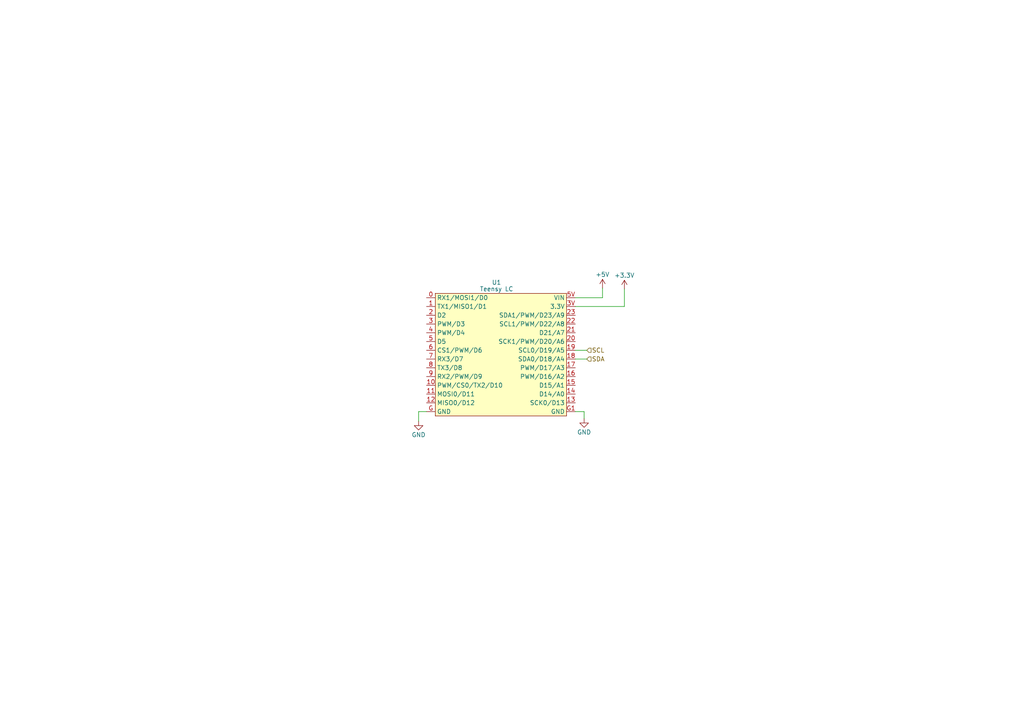
<source format=kicad_sch>
(kicad_sch (version 20230121) (generator eeschema)

  (uuid e81f9759-775a-44d7-ad78-d1992c8969ee)

  (paper "A4")

  (lib_symbols
    (symbol "RocketryIN_FC:TeensyLC" (in_bom yes) (on_board yes)
      (property "Reference" "U" (at 0 10.16 0)
        (effects (font (size 1.27 1.27)))
      )
      (property "Value" "" (at -11.43 3.81 0)
        (effects (font (size 1.27 1.27)))
      )
      (property "Footprint" "" (at -11.43 3.81 0)
        (effects (font (size 1.27 1.27)) hide)
      )
      (property "Datasheet" "" (at -11.43 3.81 0)
        (effects (font (size 1.27 1.27)) hide)
      )
      (symbol "TeensyLC_1_1"
        (rectangle (start -17.78 8.89) (end 20.32 -26.67)
          (stroke (width 0) (type default))
          (fill (type background))
        )
        (pin input line (at -20.32 7.62 0) (length 2.54)
          (name "RX1/MOSI1/D0" (effects (font (size 1.27 1.27))))
          (number "0" (effects (font (size 1.27 1.27))))
        )
        (pin input line (at -20.32 5.08 0) (length 2.54)
          (name "TX1/MISO1/D1" (effects (font (size 1.27 1.27))))
          (number "1" (effects (font (size 1.27 1.27))))
        )
        (pin input line (at -20.32 -17.78 0) (length 2.54)
          (name "PWM/CS0/TX2/D10" (effects (font (size 1.27 1.27))))
          (number "10" (effects (font (size 1.27 1.27))))
        )
        (pin input line (at -20.32 -20.32 0) (length 2.54)
          (name "MOSI0/D11" (effects (font (size 1.27 1.27))))
          (number "11" (effects (font (size 1.27 1.27))))
        )
        (pin input line (at -20.32 -22.86 0) (length 2.54)
          (name "MISO0/D12" (effects (font (size 1.27 1.27))))
          (number "12" (effects (font (size 1.27 1.27))))
        )
        (pin input line (at 22.86 -22.86 180) (length 2.54)
          (name "SCK0/D13" (effects (font (size 1.27 1.27))))
          (number "13" (effects (font (size 1.27 1.27))))
        )
        (pin input line (at 22.86 -20.32 180) (length 2.54)
          (name "D14/A0" (effects (font (size 1.27 1.27))))
          (number "14" (effects (font (size 1.27 1.27))))
        )
        (pin input line (at 22.86 -17.78 180) (length 2.54)
          (name "D15/A1" (effects (font (size 1.27 1.27))))
          (number "15" (effects (font (size 1.27 1.27))))
        )
        (pin input line (at 22.86 -15.24 180) (length 2.54)
          (name "PWM/D16/A2" (effects (font (size 1.27 1.27))))
          (number "16" (effects (font (size 1.27 1.27))))
        )
        (pin input line (at 22.86 -12.7 180) (length 2.54)
          (name "PWM/D17/A3" (effects (font (size 1.27 1.27))))
          (number "17" (effects (font (size 1.27 1.27))))
        )
        (pin input line (at 22.86 -10.16 180) (length 2.54)
          (name "SDA0/D18/A4" (effects (font (size 1.27 1.27))))
          (number "18" (effects (font (size 1.27 1.27))))
        )
        (pin input line (at 22.86 -7.62 180) (length 2.54)
          (name "SCL0/D19/A5" (effects (font (size 1.27 1.27))))
          (number "19" (effects (font (size 1.27 1.27))))
        )
        (pin input line (at -20.32 2.54 0) (length 2.54)
          (name "D2" (effects (font (size 1.27 1.27))))
          (number "2" (effects (font (size 1.27 1.27))))
        )
        (pin input line (at 22.86 -5.08 180) (length 2.54)
          (name "SCK1/PWM/D20/A6" (effects (font (size 1.27 1.27))))
          (number "20" (effects (font (size 1.27 1.27))))
        )
        (pin input line (at 22.86 -2.54 180) (length 2.54)
          (name "D21/A7" (effects (font (size 1.27 1.27))))
          (number "21" (effects (font (size 1.27 1.27))))
        )
        (pin input line (at 22.86 0 180) (length 2.54)
          (name "SCL1/PWM/D22/A8" (effects (font (size 1.27 1.27))))
          (number "22" (effects (font (size 1.27 1.27))))
        )
        (pin input line (at 22.86 2.54 180) (length 2.54)
          (name "SDA1/PWM/D23/A9" (effects (font (size 1.27 1.27))))
          (number "23" (effects (font (size 1.27 1.27))))
        )
        (pin input line (at -20.32 0 0) (length 2.54)
          (name "PWM/D3" (effects (font (size 1.27 1.27))))
          (number "3" (effects (font (size 1.27 1.27))))
        )
        (pin input line (at 22.86 5.08 180) (length 2.54)
          (name "3.3V" (effects (font (size 1.27 1.27))))
          (number "3V" (effects (font (size 1.27 1.27))))
        )
        (pin input line (at -20.32 -2.54 0) (length 2.54)
          (name "PWM/D4" (effects (font (size 1.27 1.27))))
          (number "4" (effects (font (size 1.27 1.27))))
        )
        (pin input line (at -20.32 -5.08 0) (length 2.54)
          (name "D5" (effects (font (size 1.27 1.27))))
          (number "5" (effects (font (size 1.27 1.27))))
        )
        (pin input line (at 22.86 7.62 180) (length 2.54)
          (name "VIN" (effects (font (size 1.27 1.27))))
          (number "5V" (effects (font (size 1.27 1.27))))
        )
        (pin input line (at -20.32 -7.62 0) (length 2.54)
          (name "CS1/PWM/D6" (effects (font (size 1.27 1.27))))
          (number "6" (effects (font (size 1.27 1.27))))
        )
        (pin input line (at -20.32 -10.16 0) (length 2.54)
          (name "RX3/D7" (effects (font (size 1.27 1.27))))
          (number "7" (effects (font (size 1.27 1.27))))
        )
        (pin input line (at -20.32 -12.7 0) (length 2.54)
          (name "TX3/D8" (effects (font (size 1.27 1.27))))
          (number "8" (effects (font (size 1.27 1.27))))
        )
        (pin input line (at -20.32 -15.24 0) (length 2.54)
          (name "RX2/PWM/D9" (effects (font (size 1.27 1.27))))
          (number "9" (effects (font (size 1.27 1.27))))
        )
        (pin input line (at -20.32 -25.4 0) (length 2.54)
          (name "GND" (effects (font (size 1.27 1.27))))
          (number "G" (effects (font (size 1.27 1.27))))
        )
        (pin input line (at 22.86 -25.4 180) (length 2.54)
          (name "GND" (effects (font (size 1.27 1.27))))
          (number "G1" (effects (font (size 1.27 1.27))))
        )
      )
    )
    (symbol "power:+3.3V" (power) (pin_names (offset 0)) (in_bom yes) (on_board yes)
      (property "Reference" "#PWR" (at 0 -3.81 0)
        (effects (font (size 1.27 1.27)) hide)
      )
      (property "Value" "+3.3V" (at 0 3.556 0)
        (effects (font (size 1.27 1.27)))
      )
      (property "Footprint" "" (at 0 0 0)
        (effects (font (size 1.27 1.27)) hide)
      )
      (property "Datasheet" "" (at 0 0 0)
        (effects (font (size 1.27 1.27)) hide)
      )
      (property "ki_keywords" "global power" (at 0 0 0)
        (effects (font (size 1.27 1.27)) hide)
      )
      (property "ki_description" "Power symbol creates a global label with name \"+3.3V\"" (at 0 0 0)
        (effects (font (size 1.27 1.27)) hide)
      )
      (symbol "+3.3V_0_1"
        (polyline
          (pts
            (xy -0.762 1.27)
            (xy 0 2.54)
          )
          (stroke (width 0) (type default))
          (fill (type none))
        )
        (polyline
          (pts
            (xy 0 0)
            (xy 0 2.54)
          )
          (stroke (width 0) (type default))
          (fill (type none))
        )
        (polyline
          (pts
            (xy 0 2.54)
            (xy 0.762 1.27)
          )
          (stroke (width 0) (type default))
          (fill (type none))
        )
      )
      (symbol "+3.3V_1_1"
        (pin power_in line (at 0 0 90) (length 0) hide
          (name "+3.3V" (effects (font (size 1.27 1.27))))
          (number "1" (effects (font (size 1.27 1.27))))
        )
      )
    )
    (symbol "power:+5V" (power) (pin_names (offset 0)) (in_bom yes) (on_board yes)
      (property "Reference" "#PWR" (at 0 -3.81 0)
        (effects (font (size 1.27 1.27)) hide)
      )
      (property "Value" "+5V" (at 0 3.556 0)
        (effects (font (size 1.27 1.27)))
      )
      (property "Footprint" "" (at 0 0 0)
        (effects (font (size 1.27 1.27)) hide)
      )
      (property "Datasheet" "" (at 0 0 0)
        (effects (font (size 1.27 1.27)) hide)
      )
      (property "ki_keywords" "global power" (at 0 0 0)
        (effects (font (size 1.27 1.27)) hide)
      )
      (property "ki_description" "Power symbol creates a global label with name \"+5V\"" (at 0 0 0)
        (effects (font (size 1.27 1.27)) hide)
      )
      (symbol "+5V_0_1"
        (polyline
          (pts
            (xy -0.762 1.27)
            (xy 0 2.54)
          )
          (stroke (width 0) (type default))
          (fill (type none))
        )
        (polyline
          (pts
            (xy 0 0)
            (xy 0 2.54)
          )
          (stroke (width 0) (type default))
          (fill (type none))
        )
        (polyline
          (pts
            (xy 0 2.54)
            (xy 0.762 1.27)
          )
          (stroke (width 0) (type default))
          (fill (type none))
        )
      )
      (symbol "+5V_1_1"
        (pin power_in line (at 0 0 90) (length 0) hide
          (name "+5V" (effects (font (size 1.27 1.27))))
          (number "1" (effects (font (size 1.27 1.27))))
        )
      )
    )
    (symbol "power:GND" (power) (pin_names (offset 0)) (in_bom yes) (on_board yes)
      (property "Reference" "#PWR" (at 0 -6.35 0)
        (effects (font (size 1.27 1.27)) hide)
      )
      (property "Value" "GND" (at 0 -3.81 0)
        (effects (font (size 1.27 1.27)))
      )
      (property "Footprint" "" (at 0 0 0)
        (effects (font (size 1.27 1.27)) hide)
      )
      (property "Datasheet" "" (at 0 0 0)
        (effects (font (size 1.27 1.27)) hide)
      )
      (property "ki_keywords" "global power" (at 0 0 0)
        (effects (font (size 1.27 1.27)) hide)
      )
      (property "ki_description" "Power symbol creates a global label with name \"GND\" , ground" (at 0 0 0)
        (effects (font (size 1.27 1.27)) hide)
      )
      (symbol "GND_0_1"
        (polyline
          (pts
            (xy 0 0)
            (xy 0 -1.27)
            (xy 1.27 -1.27)
            (xy 0 -2.54)
            (xy -1.27 -1.27)
            (xy 0 -1.27)
          )
          (stroke (width 0) (type default))
          (fill (type none))
        )
      )
      (symbol "GND_1_1"
        (pin power_in line (at 0 0 270) (length 0) hide
          (name "GND" (effects (font (size 1.27 1.27))))
          (number "1" (effects (font (size 1.27 1.27))))
        )
      )
    )
  )


  (wire (pts (xy 181.102 88.9) (xy 181.102 83.82))
    (stroke (width 0) (type default))
    (uuid 1a6db2f3-a5f6-4228-8228-f73676624160)
  )
  (wire (pts (xy 174.752 83.566) (xy 174.752 86.36))
    (stroke (width 0) (type default))
    (uuid 1bf17026-8fc5-4149-ab18-2a411f0411b5)
  )
  (wire (pts (xy 166.878 104.14) (xy 170.18 104.14))
    (stroke (width 0) (type default))
    (uuid 64dd0e7d-8ce3-4995-b67e-b69034cc03a3)
  )
  (wire (pts (xy 166.878 101.6) (xy 170.18 101.6))
    (stroke (width 0) (type default))
    (uuid a17a0261-7c5e-494a-a0df-8a4ca9fd6455)
  )
  (wire (pts (xy 166.878 88.9) (xy 181.102 88.9))
    (stroke (width 0) (type default))
    (uuid c80a4e94-9b23-4cba-a7de-ee0fb4b28f19)
  )
  (wire (pts (xy 121.412 122.174) (xy 121.412 119.38))
    (stroke (width 0) (type default))
    (uuid dbf23979-19d5-4176-802c-053892867d7d)
  )
  (wire (pts (xy 121.412 119.38) (xy 123.698 119.38))
    (stroke (width 0) (type default))
    (uuid e39db072-df9d-463d-8691-cce57e6c9742)
  )
  (wire (pts (xy 169.418 119.38) (xy 169.418 121.412))
    (stroke (width 0) (type default))
    (uuid e41f3405-27c7-422b-9bde-0b91b0e757d6)
  )
  (wire (pts (xy 166.878 119.38) (xy 169.418 119.38))
    (stroke (width 0) (type default))
    (uuid f6073a75-6a0d-4993-8257-fcf793442375)
  )
  (wire (pts (xy 174.752 86.36) (xy 166.878 86.36))
    (stroke (width 0) (type default))
    (uuid fca0d5bb-e556-4324-ae81-7e31ad8f6a6a)
  )

  (hierarchical_label "SCL" (shape input) (at 170.18 101.6 0) (fields_autoplaced)
    (effects (font (size 1.27 1.27)) (justify left))
    (uuid 127aeab9-09b1-419c-a876-1c4a6718a6b1)
  )
  (hierarchical_label "SDA" (shape input) (at 170.18 104.14 0) (fields_autoplaced)
    (effects (font (size 1.27 1.27)) (justify left))
    (uuid ad2aa588-586f-4fc5-bbdc-960c9b112acd)
  )

  (symbol (lib_id "power:+3.3V") (at 181.102 83.82 0) (mirror y) (unit 1)
    (in_bom yes) (on_board yes) (dnp no)
    (uuid 685ec7fa-fa3b-4111-a745-93101bdd257e)
    (property "Reference" "#PWR02" (at 181.102 87.63 0)
      (effects (font (size 1.27 1.27)) hide)
    )
    (property "Value" "+3.3V" (at 181.102 79.875 0)
      (effects (font (size 1.27 1.27)))
    )
    (property "Footprint" "" (at 181.102 83.82 0)
      (effects (font (size 1.27 1.27)) hide)
    )
    (property "Datasheet" "" (at 181.102 83.82 0)
      (effects (font (size 1.27 1.27)) hide)
    )
    (pin "1" (uuid 1aee8fd1-97c1-4efa-8349-514a4c07db6c))
    (instances
      (project "RocketryIN-FC"
        (path "/eca5bcb3-e8cc-4774-b734-f4245bf2d59b/c5b34a95-cdb8-4e3e-9225-49ec6b1e1cf2"
          (reference "#PWR02") (unit 1)
        )
      )
    )
  )

  (symbol (lib_id "power:+5V") (at 174.752 83.566 0) (unit 1)
    (in_bom yes) (on_board yes) (dnp no) (fields_autoplaced)
    (uuid 82e947eb-0445-412a-9184-cd2b1eeca9cd)
    (property "Reference" "#PWR01" (at 174.752 87.376 0)
      (effects (font (size 1.27 1.27)) hide)
    )
    (property "Value" "+5V" (at 174.752 79.621 0)
      (effects (font (size 1.27 1.27)))
    )
    (property "Footprint" "" (at 174.752 83.566 0)
      (effects (font (size 1.27 1.27)) hide)
    )
    (property "Datasheet" "" (at 174.752 83.566 0)
      (effects (font (size 1.27 1.27)) hide)
    )
    (pin "1" (uuid bf563504-ca32-40fb-83f8-7df4a6e0d5e8))
    (instances
      (project "RocketryIN-FC"
        (path "/eca5bcb3-e8cc-4774-b734-f4245bf2d59b/c5b34a95-cdb8-4e3e-9225-49ec6b1e1cf2"
          (reference "#PWR01") (unit 1)
        )
      )
    )
  )

  (symbol (lib_id "RocketryIN_FC:TeensyLC") (at 144.018 93.98 0) (unit 1)
    (in_bom yes) (on_board yes) (dnp no)
    (uuid 88bd0920-6813-4477-81c1-7c217b9328c9)
    (property "Reference" "U1" (at 144.018 81.915 0)
      (effects (font (size 1.27 1.27)))
    )
    (property "Value" "Teensy LC" (at 144.018 83.82 0)
      (effects (font (size 1.27 1.27)))
    )
    (property "Footprint" "" (at 132.588 90.17 0)
      (effects (font (size 1.27 1.27)) hide)
    )
    (property "Datasheet" "" (at 132.588 90.17 0)
      (effects (font (size 1.27 1.27)) hide)
    )
    (pin "0" (uuid 1cd1d61e-d6bd-461c-a3ff-306c6fdda18f))
    (pin "1" (uuid a7a32d2f-f647-422d-8451-3b3248102462))
    (pin "10" (uuid 2b319bb8-3994-4658-8a76-6b6c34c357fb))
    (pin "11" (uuid ed0e8513-58dd-4063-b224-aaa21394b5fd))
    (pin "12" (uuid 997d210c-c5d0-44df-961a-c5508e7eea5b))
    (pin "13" (uuid d8ccf94f-11ee-4fa3-bc14-ad72c6729cdb))
    (pin "14" (uuid e8541090-d0aa-4fb7-91f0-62777f5ed979))
    (pin "15" (uuid f32da028-7c5d-4d61-9366-21b5b0ed97cd))
    (pin "16" (uuid 70d2bfa5-c272-4e91-99b6-d3738b5f702a))
    (pin "17" (uuid afc59e4f-0d51-441a-9c98-f1639fb53d83))
    (pin "18" (uuid 2b552f59-372e-4c10-9d9c-3b38e3514fcb))
    (pin "19" (uuid 2bb504d7-16dd-4f49-9a36-29d89e55d77f))
    (pin "2" (uuid 4533c1e2-0508-4060-86a9-e215793c8b68))
    (pin "20" (uuid 6226a56b-0fa0-46c6-aead-a795277c8fbe))
    (pin "21" (uuid 80613954-2f5c-421a-abd9-02eab4018843))
    (pin "22" (uuid b7ca80fa-9c1e-4d06-80dc-a1bb72da167c))
    (pin "23" (uuid 8fbc8ab4-e10a-4f30-9eb0-496112de7804))
    (pin "3" (uuid 596b56e2-fbad-43c3-ac1e-3a3bf60f2b29))
    (pin "3V" (uuid d722eabe-3981-45d0-b736-5c07c5371901))
    (pin "4" (uuid a872eabc-4552-4aaf-913c-6b6b71125cc1))
    (pin "5" (uuid 1a0fc69f-bd90-4461-92f1-712f10e27536))
    (pin "5V" (uuid d53bc4ee-d524-4ac8-90f9-7481a3fba0ae))
    (pin "6" (uuid 58b88bfd-cb80-4a97-8773-859f28c196a1))
    (pin "7" (uuid ee8e61e6-29f8-4e36-ae76-d5b4fab94957))
    (pin "8" (uuid cc2cbd8a-eb84-4d23-91a1-94b45e1fa70b))
    (pin "9" (uuid c75a46b1-8711-40cb-9d57-7b628b09f00a))
    (pin "G" (uuid fee696b4-5d27-4b83-a62a-76f5f4b35e4c))
    (pin "G1" (uuid 0a8855ab-1469-4f1e-96a8-1022c2c2333b))
    (instances
      (project "RocketryIN-FC"
        (path "/eca5bcb3-e8cc-4774-b734-f4245bf2d59b/c5b34a95-cdb8-4e3e-9225-49ec6b1e1cf2"
          (reference "U1") (unit 1)
        )
      )
    )
  )

  (symbol (lib_id "power:GND") (at 121.412 122.174 0) (unit 1)
    (in_bom yes) (on_board yes) (dnp no) (fields_autoplaced)
    (uuid 9acc2278-1054-43fc-921a-0997d15c0fcd)
    (property "Reference" "#PWR04" (at 121.412 128.524 0)
      (effects (font (size 1.27 1.27)) hide)
    )
    (property "Value" "GND" (at 121.412 126.119 0)
      (effects (font (size 1.27 1.27)))
    )
    (property "Footprint" "" (at 121.412 122.174 0)
      (effects (font (size 1.27 1.27)) hide)
    )
    (property "Datasheet" "" (at 121.412 122.174 0)
      (effects (font (size 1.27 1.27)) hide)
    )
    (pin "1" (uuid 6d992669-1b58-4869-9002-f27c696a99df))
    (instances
      (project "RocketryIN-FC"
        (path "/eca5bcb3-e8cc-4774-b734-f4245bf2d59b/c5b34a95-cdb8-4e3e-9225-49ec6b1e1cf2"
          (reference "#PWR04") (unit 1)
        )
      )
    )
  )

  (symbol (lib_id "power:GND") (at 169.418 121.412 0) (unit 1)
    (in_bom yes) (on_board yes) (dnp no) (fields_autoplaced)
    (uuid be846b35-ed1b-4eec-b3db-14ff7ba62e45)
    (property "Reference" "#PWR03" (at 169.418 127.762 0)
      (effects (font (size 1.27 1.27)) hide)
    )
    (property "Value" "GND" (at 169.418 125.357 0)
      (effects (font (size 1.27 1.27)))
    )
    (property "Footprint" "" (at 169.418 121.412 0)
      (effects (font (size 1.27 1.27)) hide)
    )
    (property "Datasheet" "" (at 169.418 121.412 0)
      (effects (font (size 1.27 1.27)) hide)
    )
    (pin "1" (uuid e372ed64-3ebb-4274-8ba0-3088ef3e88d3))
    (instances
      (project "RocketryIN-FC"
        (path "/eca5bcb3-e8cc-4774-b734-f4245bf2d59b/c5b34a95-cdb8-4e3e-9225-49ec6b1e1cf2"
          (reference "#PWR03") (unit 1)
        )
      )
    )
  )
)

</source>
